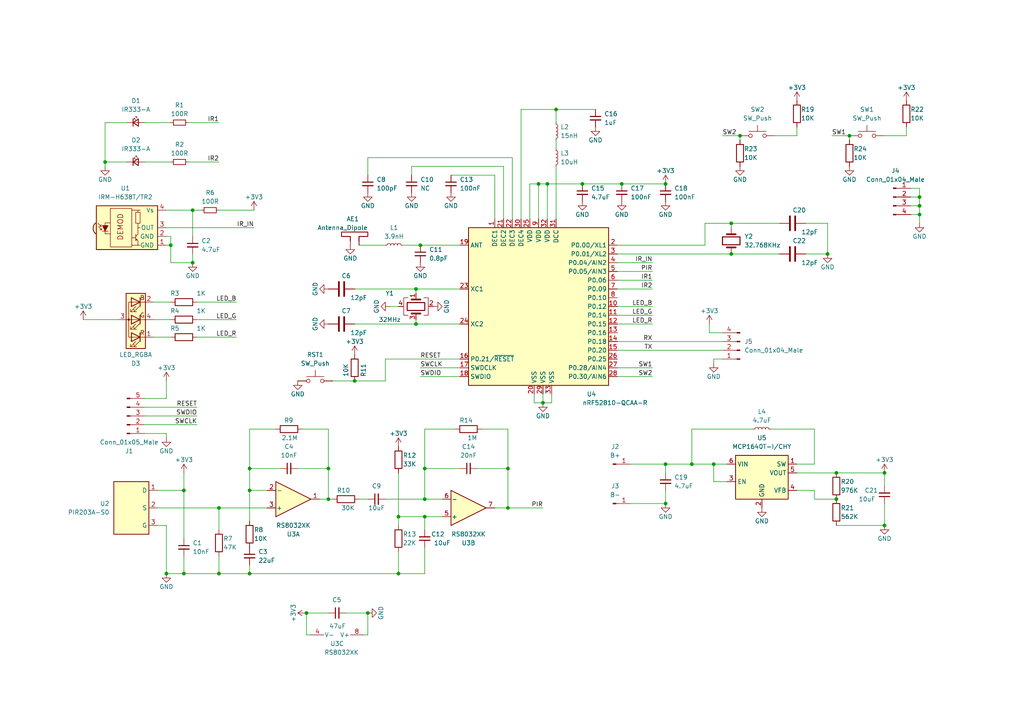
<source format=kicad_sch>
(kicad_sch (version 20211123) (generator eeschema)
  (paper "A4")
  (lib_symbols
    (symbol "Amplifier_Operational:LM358" (pin_names (offset 0.127))
      (property "Reference" "U" (at 0 5.08 0))
      (property "Value" "LM358" (at 0 -5.08 0))
      (symbol "LM358_1_1"
        (pin output line (at 7.62 0 180) (length 2.54) (name "~") (number "1"))
        (pin input line (at -7.62 -2.54 0) (length 2.54) (name "-") (number "2"))
        (pin input line (at -7.62 2.54 0) (length 2.54) (name "+") (number "3"))
      )
      (symbol "LM358_2_1"
        (pin input line (at -7.62 2.54 0) (length 2.54) (name "+") (number "5"))
        (pin input line (at -7.62 -2.54 0) (length 2.54) (name "-") (number "6"))
        (pin output line (at 7.62 0 180) (length 2.54) (name "~") (number "7"))
      )
      (symbol "LM358_3_1"
        (pin power_in line (at -2.54 -7.62 90) (length 3.81) (name "V-") (number "4"))
        (pin power_in line (at -2.54 7.62 270) (length 3.81) (name "V+") (number "8"))
      )
    )
    (symbol "Connector:Conn_01x01_Male" (pin_names (offset 1.016) hide)
      (property "Reference" "J" (at 0 2.54 0))
      (property "Value" "Conn_01x01_Male" (at 0 -2.54 0))
      (symbol "Conn_01x01_Male_1_1"
        (pin passive line (at 5.08 0 180) (length 3.81) (name "Pin_1") (number "1"))
      )
    )
    (symbol "Connector:Conn_01x04_Male" (pin_names (offset 1.016) hide)
      (property "Reference" "J" (at 0 5.08 0))
      (property "Value" "Conn_01x04_Male" (at 0 -7.62 0))
      (symbol "Conn_01x04_Male_1_1"
        (pin passive line (at 5.08 2.54 180) (length 3.81) (name "Pin_1") (number "1"))
        (pin passive line (at 5.08 0 180) (length 3.81) (name "Pin_2") (number "2"))
        (pin passive line (at 5.08 -2.54 180) (length 3.81) (name "Pin_3") (number "3"))
        (pin passive line (at 5.08 -5.08 180) (length 3.81) (name "Pin_4") (number "4"))
      )
    )
    (symbol "Connector:Conn_01x05_Male" (pin_names (offset 1.016) hide)
      (property "Reference" "J" (at 0 7.62 0))
      (property "Value" "Conn_01x05_Male" (at 0 -7.62 0))
      (symbol "Conn_01x05_Male_1_1"
        (pin passive line (at 5.08 5.08 180) (length 3.81) (name "Pin_1") (number "1"))
        (pin passive line (at 5.08 2.54 180) (length 3.81) (name "Pin_2") (number "2"))
        (pin passive line (at 5.08 0 180) (length 3.81) (name "Pin_3") (number "3"))
        (pin passive line (at 5.08 -2.54 180) (length 3.81) (name "Pin_4") (number "4"))
        (pin passive line (at 5.08 -5.08 180) (length 3.81) (name "Pin_5") (number "5"))
      )
    )
    (symbol "Device:Antenna_Dipole" (pin_numbers hide) (pin_names (offset 1.016) hide)
      (property "Reference" "AE" (at 1.27 1.27 0))
      (property "Value" "Antenna_Dipole" (at 1.27 0 0))
      (symbol "Antenna_Dipole_1_1"
        (pin input line (at 0 -5.08 90) (length 2.54) (name "~") (number "1"))
        (pin input line (at 2.54 -5.08 90) (length 2.54) (name "~") (number "2"))
      )
    )
    (symbol "Device:C" (pin_numbers hide) (pin_names (offset 0.254))
      (property "Reference" "C" (at 0.635 2.54 0))
      (property "Value" "C" (at 0.635 -2.54 0))
      (symbol "C_1_1"
        (pin passive line (at 0 3.81 270) (length 2.794) (name "~") (number "1"))
        (pin passive line (at 0 -3.81 90) (length 2.794) (name "~") (number "2"))
      )
    )
    (symbol "Device:C_Small" (pin_numbers hide) (pin_names (offset 0.254) hide)
      (property "Reference" "C" (at 0.254 1.778 0))
      (property "Value" "C_Small" (at 0.254 -2.032 0))
      (symbol "C_Small_1_1"
        (pin passive line (at 0 2.54 270) (length 2.032) (name "~") (number "1"))
        (pin passive line (at 0 -2.54 90) (length 2.032) (name "~") (number "2"))
      )
    )
    (symbol "Device:Crystal" (pin_numbers hide) (pin_names (offset 1.016) hide)
      (property "Reference" "Y" (at 0 3.81 0))
      (property "Value" "Crystal" (at 0 -3.81 0))
      (symbol "Crystal_1_1"
        (pin passive line (at -3.81 0 0) (length 1.27) (name "1") (number "1"))
        (pin passive line (at 3.81 0 180) (length 1.27) (name "2") (number "2"))
      )
    )
    (symbol "Device:Crystal_GND24" (pin_names (offset 1.016) hide)
      (property "Reference" "Y" (at 3.175 5.08 0))
      (property "Value" "Crystal_GND24" (at 3.175 3.175 0))
      (symbol "Crystal_GND24_1_1"
        (pin passive line (at -3.81 0 0) (length 1.27) (name "1") (number "1"))
        (pin passive line (at 0 5.08 270) (length 1.27) (name "2") (number "2"))
        (pin passive line (at 3.81 0 180) (length 1.27) (name "3") (number "3"))
        (pin passive line (at 0 -5.08 90) (length 1.27) (name "4") (number "4"))
      )
    )
    (symbol "Device:LED_RGBA" (pin_names (offset 0) hide)
      (property "Reference" "D1" (at 0 12.7 0))
      (property "Value" "LED_RGBA" (at 0 10.16 0))
      (symbol "LED_RGBA_0_0"
        (text "B" (at -1.905 -6.35 0) (effects (font (size 1.27 1.27))))
        (text "G" (at -1.905 -1.27 0) (effects (font (size 1.27 1.27))))
        (text "R" (at -1.905 3.81 0) (effects (font (size 1.27 1.27))))
      )
      (symbol "LED_RGBA_1_1"
        (pin passive line (at -5.08 5.08 0) (length 2.54) (name "RK") (number "1"))
        (pin passive line (at -5.08 -5.08 0) (length 2.54) (name "BK") (number "2"))
        (pin passive line (at 5.08 0 180) (length 2.54) (name "A") (number "3"))
        (pin passive line (at -5.08 0 0) (length 2.54) (name "GK") (number "4"))
      )
    )
    (symbol "Device:LED_Small" (pin_numbers hide) (pin_names (offset 0.254) hide)
      (property "Reference" "D" (at -1.27 3.175 0))
      (property "Value" "LED_Small" (at -4.445 -2.54 0))
      (symbol "LED_Small_1_1"
        (pin passive line (at -2.54 0 0) (length 1.778) (name "K") (number "1"))
        (pin passive line (at 2.54 0 180) (length 1.778) (name "A") (number "2"))
      )
    )
    (symbol "Device:L_Small" (pin_numbers hide) (pin_names (offset 0.254) hide)
      (property "Reference" "L" (at 0.762 1.016 0))
      (property "Value" "L_Small" (at 0.762 -1.016 0))
      (symbol "L_Small_1_1"
        (pin passive line (at 0 2.54 270) (length 0.508) (name "~") (number "1"))
        (pin passive line (at 0 -2.54 90) (length 0.508) (name "~") (number "2"))
      )
    )
    (symbol "Device:R" (pin_numbers hide) (pin_names (offset 0))
      (property "Reference" "R" (at 2.032 0 90))
      (property "Value" "R" (at 0 0 90))
      (symbol "R_1_1"
        (pin passive line (at 0 3.81 270) (length 1.27) (name "~") (number "1"))
        (pin passive line (at 0 -3.81 90) (length 1.27) (name "~") (number "2"))
      )
    )
    (symbol "Device:R_Small" (pin_numbers hide) (pin_names (offset 0.254) hide)
      (property "Reference" "R" (at 0.762 0.508 0))
      (property "Value" "R_Small" (at 0.762 -1.016 0))
      (symbol "R_Small_1_1"
        (pin passive line (at 0 2.54 270) (length 0.762) (name "~") (number "1"))
        (pin passive line (at 0 -2.54 90) (length 0.762) (name "~") (number "2"))
      )
    )
    (symbol "Interface_Optical:TSOP23xx" (pin_names (offset 1.016))
      (property "Reference" "U?" (at -1.735 11.43 0))
      (property "Value" "IRM-H638T/TR2" (at -1.735 8.89 0))
      (symbol "TSOP23xx_0_0"
        (text "DEMOD" (at -3.175 0.254 900) (effects (font (size 1.524 1.524))))
      )
      (symbol "TSOP23xx_1_1"
        (pin power_in line (at 10.16 -5.08 180) (length 2.54) (name "GND") (number "1"))
        (pin power_in line (at 10.16 -2.54 180) (length 2.54) (name "GND") (number "2"))
        (pin output line (at 10.16 0 180) (length 2.54) (name "OUT") (number "3"))
        (pin power_in line (at 10.16 5.08 180) (length 2.54) (name "Vs") (number "4"))
      )
    )
    (symbol "MCU_Nordic:nRF52810-QCxx"
      (property "Reference" "U4" (at 2.0194 -25.4 0))
      (property "Value" "nRF52810-QCAA-R" (at 2.0194 -27.94 0))
      (symbol "nRF52810-QCxx_1_1"
        (pin passive line (at -12.7 25.4 270) (length 2.54) (name "DEC1") (number "1"))
        (pin bidirectional line (at 22.86 0 180) (length 2.54) (name "P0.12") (number "10"))
        (pin bidirectional line (at 22.86 -2.54 180) (length 2.54) (name "P0.14") (number "11"))
        (pin bidirectional line (at 22.86 -5.08 180) (length 2.54) (name "P0.15") (number "12"))
        (pin bidirectional line (at 22.86 -7.62 180) (length 2.54) (name "P0.16") (number "13"))
        (pin bidirectional line (at 22.86 -10.16 180) (length 2.54) (name "P0.18") (number "14"))
        (pin bidirectional line (at 22.86 -12.7 180) (length 2.54) (name "P0.20") (number "15"))
        (pin bidirectional line (at -22.86 -15.24 0) (length 2.54) (name "P0.21/~{RESET}") (number "16"))
        (pin input line (at -22.86 -17.78 0) (length 2.54) (name "SWDCLK") (number "17"))
        (pin bidirectional line (at -22.86 -20.32 0) (length 2.54) (name "SWDIO") (number "18"))
        (pin passive line (at -22.86 17.78 0) (length 2.54) (name "ANT") (number "19"))
        (pin bidirectional line (at 22.86 17.78 180) (length 2.54) (name "P0.00/XL1") (number "2"))
        (pin power_in line (at -1.27 -25.4 90) (length 2.54) (name "VSS") (number "20"))
        (pin passive line (at -10.16 25.4 270) (length 2.54) (name "DEC2") (number "21"))
        (pin passive line (at -7.62 25.4 270) (length 2.54) (name "DEC3") (number "22"))
        (pin input line (at -22.86 5.08 0) (length 2.54) (name "XC1") (number "23"))
        (pin input line (at -22.86 -5.08 0) (length 2.54) (name "XC2") (number "24"))
        (pin power_in line (at -2.54 25.4 270) (length 2.54) (name "VDD") (number "25"))
        (pin bidirectional line (at 22.86 -15.24 180) (length 2.54) (name "P0.25") (number "26"))
        (pin bidirectional line (at 22.86 -17.78 180) (length 2.54) (name "P0.28/AIN4") (number "27"))
        (pin bidirectional line (at 22.86 -20.32 180) (length 2.54) (name "P0.30/AIN6") (number "28"))
        (pin power_in line (at 1.27 -25.4 90) (length 2.54) (name "VSS") (number "29"))
        (pin bidirectional line (at 22.86 15.24 180) (length 2.54) (name "P0.01/XL2") (number "3"))
        (pin passive line (at -5.08 25.4 270) (length 2.54) (name "DEC4") (number "30"))
        (pin power_out line (at 5.08 25.4 270) (length 2.54) (name "DCC") (number "31"))
        (pin power_in line (at 2.54 25.4 270) (length 2.54) (name "VDD") (number "32"))
        (pin power_in line (at 3.81 -25.4 90) (length 2.54) (name "VSS") (number "33"))
        (pin bidirectional line (at 22.86 12.7 180) (length 2.54) (name "P0.04/AIN2") (number "4"))
        (pin bidirectional line (at 22.86 10.16 180) (length 2.54) (name "P0.05/AIN3") (number "5"))
        (pin bidirectional line (at 22.86 7.62 180) (length 2.54) (name "P0.06") (number "6"))
        (pin bidirectional line (at 22.86 5.08 180) (length 2.54) (name "P0.09") (number "7"))
        (pin bidirectional line (at 22.86 2.54 180) (length 2.54) (name "P0.10") (number "8"))
        (pin power_in line (at 0 25.4 270) (length 2.54) (name "VDD") (number "9"))
      )
    )
    (symbol "Regulator_Switching:MCP1640CH"
      (property "Reference" "U" (at -7.62 8.89 0))
      (property "Value" "MCP1640CH" (at -1.27 8.89 0))
      (symbol "MCP1640CH_1_1"
        (pin input line (at 10.16 5.08 180) (length 2.54) (name "SW") (number "1"))
        (pin power_in line (at 0 -7.62 90) (length 2.54) (name "GND") (number "2"))
        (pin input line (at -10.16 0 0) (length 2.54) (name "EN") (number "3"))
        (pin input line (at 10.16 -2.54 180) (length 2.54) (name "VFB") (number "4"))
        (pin power_out line (at 10.16 2.54 180) (length 2.54) (name "VOUT") (number "5"))
        (pin power_in line (at -10.16 5.08 0) (length 2.54) (name "VIN") (number "6"))
      )
    )
    (symbol "Sensor_Magnetic:A1101ELHL"
      (property "Reference" "U?" (at -6.35 1.2701 0))
      (property "Value" "PIR203A-S0" (at -6.35 -1.2699 0))
      (symbol "A1101ELHL_1_1"
        (pin passive line (at 7.62 5.08 180) (length 2.54) (name "D") (number "1"))
        (pin passive line (at 7.62 0 180) (length 2.54) (name "S") (number "2"))
        (pin passive line (at 7.62 -5.08 180) (length 2.54) (name "G") (number "3"))
      )
    )
    (symbol "Switch:SW_Push" (pin_numbers hide) (pin_names (offset 1.016) hide)
      (property "Reference" "SW" (at 1.27 2.54 0))
      (property "Value" "SW_Push" (at 0 -1.524 0))
      (symbol "SW_Push_0_1"
        (pin passive line (at -5.08 0 0) (length 2.54) (name "1") (number "1"))
        (pin passive line (at 5.08 0 180) (length 2.54) (name "2") (number "2"))
      )
    )
    (symbol "power:+3.3V" (power) (pin_names (offset 0))
      (property "Value" "+3.3V" (at 0 3.556 0))
      (symbol "+3.3V_1_1"
        (pin power_in line (at 0 0 90) (length 0) hide (name "+3V3") (number "1"))
      )
    )
    (symbol "power:GND" (power) (pin_names (offset 0))
      (property "Value" "GND" (at 0 -3.81 0))
      (symbol "GND_1_1"
        (pin power_in line (at 0 0 270) (length 0) hide (name "GND") (number "1"))
      )
    )
  )
  (junction (at 161.29 31.75))
  (junction (at 30.48 46.99))
  (junction (at 266.7 59.69))
  (junction (at 193.04 134.62))
  (junction (at 246.38 39.37))
  (junction (at 95.25 135.89))
  (junction (at 256.54 152.4))
  (junction (at 49.53 71.12))
  (junction (at 214.63 39.37))
  (junction (at 63.5 147.32))
  (junction (at 123.19 149.86))
  (junction (at 102.87 110.49))
  (junction (at 240.03 73.66))
  (junction (at 147.32 147.32))
  (junction (at 212.09 73.66))
  (junction (at 120.65 93.98))
  (junction (at 207.01 134.62))
  (junction (at 156.21 53.34))
  (junction (at 72.39 135.89))
  (junction (at 115.57 166.37))
  (junction (at 115.57 149.86))
  (junction (at 193.04 146.05))
  (junction (at 72.39 142.24))
  (junction (at 180.34 53.34))
  (junction (at 266.7 57.15))
  (junction (at 72.39 166.37))
  (junction (at 157.48 116.84))
  (junction (at 123.19 135.89))
  (junction (at 88.9 177.8))
  (junction (at 55.88 60.96))
  (junction (at 120.65 83.82))
  (junction (at 63.5 166.37))
  (junction (at 121.92 71.12))
  (junction (at 242.57 137.16))
  (junction (at 147.32 135.89))
  (junction (at 95.25 144.78))
  (junction (at 193.04 53.34))
  (junction (at 48.26 166.37))
  (junction (at 200.66 134.62))
  (junction (at 212.09 64.77))
  (junction (at 106.68 177.8))
  (junction (at 53.34 166.37))
  (junction (at 123.19 144.78))
  (junction (at 266.7 62.23))
  (junction (at 256.54 137.16))
  (junction (at 158.75 53.34))
  (junction (at 242.57 144.78))
  (junction (at 55.88 76.2))
  (junction (at 53.34 142.24))
  (junction (at 168.91 53.34))
  (wire (pts (xy 143.51 50.8) (xy 143.51 63.5)))
  (wire (pts (xy 207.01 134.62) (xy 210.82 134.62)))
  (wire (pts (xy 158.75 53.34) (xy 156.21 53.34)))
  (wire (pts (xy 53.34 142.24) (xy 45.72 142.24)))
  (wire (pts (xy 121.92 106.68) (xy 133.35 106.68)))
  (wire (pts (xy 147.32 147.32) (xy 143.51 147.32)))
  (wire (pts (xy 236.22 124.46) (xy 236.22 134.62)))
  (wire (pts (xy 121.92 109.22) (xy 133.35 109.22)))
  (wire (pts (xy 133.35 104.14) (xy 111.76 104.14)))
  (wire (pts (xy 207.01 139.7) (xy 207.01 134.62)))
  (wire (pts (xy 72.39 166.37) (xy 63.5 166.37)))
  (wire (pts (xy 41.91 35.56) (xy 49.53 35.56)))
  (wire (pts (xy 63.5 166.37) (xy 53.34 166.37)))
  (wire (pts (xy 212.09 64.77) (xy 204.47 64.77)))
  (wire (pts (xy 57.15 92.71) (xy 68.58 92.71)))
  (wire (pts (xy 123.19 166.37) (xy 115.57 166.37)))
  (wire (pts (xy 133.35 93.98) (xy 120.65 93.98)))
  (wire (pts (xy 102.87 83.82) (xy 120.65 83.82)))
  (wire (pts (xy 88.9 184.15) (xy 88.9 177.8)))
  (wire (pts (xy 179.07 101.6) (xy 209.55 101.6)))
  (wire (pts (xy 106.68 45.72) (xy 148.59 45.72)))
  (wire (pts (xy 256.54 146.05) (xy 256.54 152.4)))
  (wire (pts (xy 264.16 59.69) (xy 266.7 59.69)))
  (wire (pts (xy 182.88 146.05) (xy 193.04 146.05)))
  (wire (pts (xy 236.22 142.24) (xy 236.22 144.78)))
  (wire (pts (xy 151.13 31.75) (xy 151.13 63.5)))
  (wire (pts (xy 63.5 161.29) (xy 63.5 166.37)))
  (wire (pts (xy 256.54 39.37) (xy 262.89 39.37)))
  (wire (pts (xy 204.47 64.77) (xy 204.47 71.12)))
  (wire (pts (xy 138.43 135.89) (xy 147.32 135.89)))
  (wire (pts (xy 146.05 48.26) (xy 146.05 63.5)))
  (wire (pts (xy 48.26 110.49) (xy 48.26 115.57)))
  (wire (pts (xy 168.91 53.34) (xy 180.34 53.34)))
  (wire (pts (xy 123.19 144.78) (xy 128.27 144.78)))
  (wire (pts (xy 106.68 50.8) (xy 106.68 45.72)))
  (wire (pts (xy 157.48 114.3) (xy 157.48 116.84)))
  (wire (pts (xy 200.66 124.46) (xy 200.66 134.62)))
  (wire (pts (xy 193.04 53.34) (xy 180.34 53.34)))
  (wire (pts (xy 262.89 36.83) (xy 262.89 39.37)))
  (wire (pts (xy 168.91 53.34) (xy 158.75 53.34)))
  (wire (pts (xy 115.57 166.37) (xy 72.39 166.37)))
  (wire (pts (xy 256.54 140.97) (xy 256.54 137.16)))
  (wire (pts (xy 49.53 97.79) (xy 44.45 97.79)))
  (wire (pts (xy 193.04 134.62) (xy 193.04 137.16)))
  (wire (pts (xy 30.48 35.56) (xy 30.48 46.99)))
  (wire (pts (xy 45.72 147.32) (xy 63.5 147.32)))
  (wire (pts (xy 179.07 99.06) (xy 209.55 99.06)))
  (wire (pts (xy 182.88 134.62) (xy 193.04 134.62)))
  (wire (pts (xy 48.26 71.12) (xy 49.53 71.12)))
  (wire (pts (xy 106.68 184.15) (xy 106.68 177.8)))
  (wire (pts (xy 63.5 147.32) (xy 63.5 153.67)))
  (wire (pts (xy 209.55 96.52) (xy 205.74 96.52)))
  (wire (pts (xy 156.21 53.34) (xy 156.21 63.5)))
  (wire (pts (xy 264.16 62.23) (xy 266.7 62.23)))
  (wire (pts (xy 36.83 35.56) (xy 30.48 35.56)))
  (wire (pts (xy 115.57 149.86) (xy 123.19 149.86)))
  (wire (pts (xy 49.53 87.63) (xy 44.45 87.63)))
  (wire (pts (xy 264.16 57.15) (xy 266.7 57.15)))
  (wire (pts (xy 224.79 39.37) (xy 231.14 39.37)))
  (wire (pts (xy 207.01 104.14) (xy 207.01 105.41)))
  (wire (pts (xy 236.22 144.78) (xy 242.57 144.78)))
  (wire (pts (xy 160.02 114.3) (xy 160.02 116.84)))
  (wire (pts (xy 200.66 134.62) (xy 207.01 134.62)))
  (wire (pts (xy 179.07 93.98) (xy 189.23 93.98)))
  (wire (pts (xy 48.26 60.96) (xy 55.88 60.96)))
  (wire (pts (xy 48.26 125.73) (xy 48.26 127)))
  (wire (pts (xy 53.34 137.16) (xy 53.34 142.24)))
  (wire (pts (xy 223.52 124.46) (xy 236.22 124.46)))
  (wire (pts (xy 113.03 88.9) (xy 115.57 88.9)))
  (wire (pts (xy 49.53 76.2) (xy 55.88 76.2)))
  (wire (pts (xy 41.91 46.99) (xy 49.53 46.99)))
  (wire (pts (xy 179.07 106.68) (xy 189.23 106.68)))
  (wire (pts (xy 48.26 68.58) (xy 49.53 68.58)))
  (wire (pts (xy 95.25 144.78) (xy 96.52 144.78)))
  (wire (pts (xy 115.57 160.02) (xy 115.57 166.37)))
  (wire (pts (xy 264.16 54.61) (xy 266.7 54.61)))
  (wire (pts (xy 266.7 54.61) (xy 266.7 57.15)))
  (wire (pts (xy 266.7 62.23) (xy 266.7 64.77)))
  (wire (pts (xy 240.03 73.66) (xy 233.68 73.66)))
  (wire (pts (xy 49.53 68.58) (xy 49.53 71.12)))
  (wire (pts (xy 41.91 118.11) (xy 57.15 118.11)))
  (wire (pts (xy 80.01 124.46) (xy 72.39 124.46)))
  (wire (pts (xy 179.07 73.66) (xy 212.09 73.66)))
  (wire (pts (xy 179.07 78.74) (xy 189.23 78.74)))
  (wire (pts (xy 241.3 39.37) (xy 246.38 39.37)))
  (wire (pts (xy 147.32 135.89) (xy 147.32 147.32)))
  (wire (pts (xy 231.14 142.24) (xy 236.22 142.24)))
  (wire (pts (xy 92.71 144.78) (xy 95.25 144.78)))
  (wire (pts (xy 63.5 147.32) (xy 77.47 147.32)))
  (wire (pts (xy 179.07 81.28) (xy 189.23 81.28)))
  (wire (pts (xy 123.19 149.86) (xy 123.19 153.67)))
  (wire (pts (xy 209.55 104.14) (xy 207.01 104.14)))
  (wire (pts (xy 246.38 39.37) (xy 246.38 40.64)))
  (wire (pts (xy 55.88 60.96) (xy 58.42 60.96)))
  (wire (pts (xy 130.81 50.8) (xy 143.51 50.8)))
  (wire (pts (xy 48.26 115.57) (xy 41.91 115.57)))
  (wire (pts (xy 161.29 35.56) (xy 161.29 31.75)))
  (wire (pts (xy 123.19 135.89) (xy 123.19 144.78)))
  (wire (pts (xy 120.65 93.98) (xy 120.65 92.71)))
  (wire (pts (xy 95.25 135.89) (xy 95.25 144.78)))
  (wire (pts (xy 104.14 144.78) (xy 106.68 144.78)))
  (wire (pts (xy 160.02 116.84) (xy 157.48 116.84)))
  (wire (pts (xy 55.88 76.2) (xy 55.88 73.66)))
  (wire (pts (xy 41.91 125.73) (xy 48.26 125.73)))
  (wire (pts (xy 72.39 142.24) (xy 77.47 142.24)))
  (wire (pts (xy 48.26 166.37) (xy 53.34 166.37)))
  (wire (pts (xy 212.09 64.77) (xy 212.09 66.04)))
  (wire (pts (xy 266.7 57.15) (xy 266.7 59.69)))
  (wire (pts (xy 193.04 146.05) (xy 193.04 142.24)))
  (wire (pts (xy 63.5 60.96) (xy 73.66 60.96)))
  (wire (pts (xy 102.87 93.98) (xy 120.65 93.98)))
  (wire (pts (xy 53.34 166.37) (xy 53.34 161.29)))
  (wire (pts (xy 147.32 147.32) (xy 157.48 147.32)))
  (wire (pts (xy 116.84 71.12) (xy 121.92 71.12)))
  (wire (pts (xy 86.36 135.89) (xy 95.25 135.89)))
  (wire (pts (xy 72.39 135.89) (xy 72.39 142.24)))
  (wire (pts (xy 115.57 137.16) (xy 115.57 149.86)))
  (wire (pts (xy 105.41 184.15) (xy 106.68 184.15)))
  (wire (pts (xy 24.13 92.71) (xy 34.29 92.71)))
  (wire (pts (xy 119.38 48.26) (xy 146.05 48.26)))
  (wire (pts (xy 115.57 149.86) (xy 115.57 152.4)))
  (wire (pts (xy 147.32 124.46) (xy 147.32 135.89)))
  (wire (pts (xy 48.26 152.4) (xy 48.26 166.37)))
  (wire (pts (xy 54.61 46.99) (xy 63.5 46.99)))
  (wire (pts (xy 54.61 35.56) (xy 63.5 35.56)))
  (wire (pts (xy 72.39 124.46) (xy 72.39 135.89)))
  (wire (pts (xy 161.29 40.64) (xy 161.29 43.18)))
  (wire (pts (xy 218.44 124.46) (xy 200.66 124.46)))
  (wire (pts (xy 72.39 163.83) (xy 72.39 166.37)))
  (wire (pts (xy 111.76 110.49) (xy 102.87 110.49)))
  (wire (pts (xy 30.48 46.99) (xy 36.83 46.99)))
  (wire (pts (xy 193.04 134.62) (xy 200.66 134.62)))
  (wire (pts (xy 154.94 114.3) (xy 154.94 116.84)))
  (wire (pts (xy 139.7 124.46) (xy 147.32 124.46)))
  (wire (pts (xy 41.91 123.19) (xy 57.15 123.19)))
  (wire (pts (xy 30.48 46.99) (xy 30.48 48.26)))
  (wire (pts (xy 231.14 36.83) (xy 231.14 39.37)))
  (wire (pts (xy 123.19 124.46) (xy 123.19 135.89)))
  (wire (pts (xy 120.65 83.82) (xy 133.35 83.82)))
  (wire (pts (xy 179.07 88.9) (xy 189.23 88.9)))
  (wire (pts (xy 95.25 124.46) (xy 95.25 135.89)))
  (wire (pts (xy 57.15 97.79) (xy 68.58 97.79)))
  (wire (pts (xy 231.14 137.16) (xy 242.57 137.16)))
  (wire (pts (xy 90.17 184.15) (xy 88.9 184.15)))
  (wire (pts (xy 233.68 64.77) (xy 240.03 64.77)))
  (wire (pts (xy 214.63 39.37) (xy 214.63 40.64)))
  (wire (pts (xy 88.9 177.8) (xy 95.25 177.8)))
  (wire (pts (xy 153.67 63.5) (xy 153.67 53.34)))
  (wire (pts (xy 161.29 48.26) (xy 161.29 63.5)))
  (wire (pts (xy 121.92 71.12) (xy 133.35 71.12)))
  (wire (pts (xy 179.07 91.44) (xy 189.23 91.44)))
  (wire (pts (xy 104.14 71.12) (xy 111.76 71.12)))
  (wire (pts (xy 179.07 83.82) (xy 189.23 83.82)))
  (wire (pts (xy 210.82 139.7) (xy 207.01 139.7)))
  (wire (pts (xy 209.55 39.37) (xy 214.63 39.37)))
  (wire (pts (xy 111.76 104.14) (xy 111.76 110.49)))
  (wire (pts (xy 55.88 60.96) (xy 55.88 68.58)))
  (wire (pts (xy 123.19 149.86) (xy 128.27 149.86)))
  (wire (pts (xy 41.91 120.65) (xy 57.15 120.65)))
  (wire (pts (xy 158.75 53.34) (xy 158.75 63.5)))
  (wire (pts (xy 256.54 137.16) (xy 242.57 137.16)))
  (wire (pts (xy 57.15 87.63) (xy 68.58 87.63)))
  (wire (pts (xy 161.29 31.75) (xy 172.72 31.75)))
  (wire (pts (xy 120.65 83.82) (xy 120.65 85.09)))
  (wire (pts (xy 111.76 144.78) (xy 123.19 144.78)))
  (wire (pts (xy 161.29 31.75) (xy 151.13 31.75)))
  (wire (pts (xy 81.28 135.89) (xy 72.39 135.89)))
  (wire (pts (xy 154.94 116.84) (xy 157.48 116.84)))
  (wire (pts (xy 49.53 92.71) (xy 44.45 92.71)))
  (wire (pts (xy 87.63 124.46) (xy 95.25 124.46)))
  (wire (pts (xy 148.59 45.72) (xy 148.59 63.5)))
  (wire (pts (xy 204.47 71.12) (xy 179.07 71.12)))
  (wire (pts (xy 212.09 73.66) (xy 226.06 73.66)))
  (wire (pts (xy 45.72 152.4) (xy 48.26 152.4)))
  (wire (pts (xy 72.39 151.13) (xy 72.39 142.24)))
  (wire (pts (xy 153.67 53.34) (xy 156.21 53.34)))
  (wire (pts (xy 96.52 110.49) (xy 102.87 110.49)))
  (wire (pts (xy 266.7 59.69) (xy 266.7 62.23)))
  (wire (pts (xy 119.38 50.8) (xy 119.38 48.26)))
  (wire (pts (xy 53.34 142.24) (xy 53.34 156.21)))
  (wire (pts (xy 133.35 135.89) (xy 123.19 135.89)))
  (wire (pts (xy 123.19 158.75) (xy 123.19 166.37)))
  (wire (pts (xy 205.74 96.52) (xy 205.74 93.98)))
  (wire (pts (xy 179.07 109.22) (xy 189.23 109.22)))
  (wire (pts (xy 132.08 124.46) (xy 123.19 124.46)))
  (wire (pts (xy 106.68 177.8) (xy 100.33 177.8)))
  (wire (pts (xy 236.22 134.62) (xy 231.14 134.62)))
  (wire (pts (xy 49.53 71.12) (xy 49.53 76.2)))
  (wire (pts (xy 240.03 64.77) (xy 240.03 73.66)))
  (wire (pts (xy 256.54 152.4) (xy 242.57 152.4)))
  (wire (pts (xy 179.07 76.2) (xy 189.23 76.2)))
  (wire (pts (xy 48.26 66.04) (xy 73.66 66.04)))
  (wire (pts (xy 226.06 64.77) (xy 212.09 64.77)))
  (label "PIR" (at 189.23 78.74 180))
  (label "RESET" (at 121.92 104.14 0))
  (label "LED_B" (at 189.23 88.9 180))
  (label "RX" (at 189.23 99.06 180))
  (label "IR2" (at 63.5 46.99 180))
  (label "LED_B" (at 68.58 87.63 180))
  (label "IR_IN" (at 73.66 66.04 180))
  (label "SW1" (at 189.23 106.68 180))
  (label "SWDIO" (at 57.15 120.65 180))
  (label "SWCLK" (at 121.92 106.68 0))
  (label "PIR" (at 157.48 147.32 180))
  (label "LED_R" (at 189.23 93.98 180))
  (label "IR1" (at 189.23 81.28 180))
  (label "RESET" (at 57.15 118.11 180))
  (label "TX" (at 189.23 101.6 180))
  (label "LED_G" (at 68.58 92.71 180))
  (label "SW2" (at 189.23 109.22 180))
  (label "LED_R" (at 68.58 97.79 180))
  (label "LED_G" (at 189.23 91.44 180))
  (label "IR1" (at 63.5 35.56 180))
  (label "SWDIO" (at 121.92 109.22 0))
  (label "IR2" (at 189.23 83.82 180))
  (label "SWCLK" (at 57.15 123.19 180))
  (label "SW2" (at 209.55 39.37 0))
  (label "IR_IN" (at 189.23 76.2 180))
  (label "SW1" (at 241.3 39.37 0))
  (symbol (lib_id "power:GND") (at 48.26 166.37 0) (unit 1)
    (property "Reference" "#PWR05" (effects hide))
    (property "Value" "GND" (at 48.26 170.18 0))
  )
  (symbol (lib_id "power:GND") (at 95.25 93.98 270) (unit 1)
    (property "Reference" "#PWR012" (effects hide))
    (property "Value" "GND" (at 91.44 93.98 0))
  )
  (symbol (lib_id "Device:R") (at 53.34 97.79 90) (unit 1)
    (property "Reference" "R5" (at 52.07 95.25 90) (effects (justify left)))
    (property "Value" "1K" (at 59.69 95.25 90) (effects (justify left)))
    (property "Footprint" "Resistor_SMD:R_0402_1005Metric" (effects hide))
    (property "LCSC PN" "C11702" (effects hide))
  )
  (symbol (lib_id "Device:L_Small") (at 114.3 71.12 90) (unit 1)
    (property "Reference" "L1" (at 114.3 66.04 90))
    (property "Value" "3.9nH" (at 114.3 68.58 90))
    (property "Footprint" "Inductor_SMD:L_0402_1005Metric" (effects hide))
    (property "Description" "High frequency chip inductor ±5%" (effects hide))
  )
  (symbol (lib_id "power:GND") (at 55.88 76.2 0) (unit 1)
    (property "Reference" "#PWR07" (effects hide))
    (property "Value" "GND" (at 55.88 80.01 0))
  )
  (symbol (lib_id "power:GND") (at 266.7 64.77 0) (unit 1)
    (property "Reference" "#PWR0101" (effects hide))
    (property "Value" "GND" (at 266.7 68.58 0))
  )
  (symbol (lib_id "power:GND") (at 86.36 110.49 0) (unit 1)
    (property "Reference" "#PWR016" (effects hide))
    (property "Value" "GND" (at 86.36 114.3 0))
  )
  (symbol (lib_id "Device:C") (at 229.87 64.77 270) (unit 1)
    (property "Reference" "C20" (at 229.87 60.96 90) (effects (justify left)))
    (property "Value" "12pF" (at 232.41 67.31 90) (effects (justify left)))
    (property "Footprint" "Capacitor_SMD:C_0402_1005Metric" (effects hide))
    (property "LCSC PN" "C1547" (effects hide))
  )
  (symbol (lib_id "Device:R") (at 72.39 154.94 0) (unit 1)
    (property "Reference" "R8" (at 73.66 153.67 0) (effects (justify left)))
    (property "Value" "10K" (at 73.66 156.21 0) (effects (justify left)))
    (property "Footprint" "Resistor_SMD:R_0402_1005Metric" (effects hide))
  )
  (symbol (lib_id "Device:R") (at 83.82 124.46 90) (unit 1)
    (property "Reference" "R9" (at 85.09 121.92 90) (effects (justify left)))
    (property "Value" "2.1M" (at 86.36 127 90) (effects (justify left)))
    (property "Footprint" "Resistor_SMD:R_0402_1005Metric" (effects hide))
  )
  (symbol (lib_id "Device:C_Small") (at 109.22 144.78 90) (unit 1)
    (property "Reference" "C9" (at 109.22 140.97 90))
    (property "Value" "10uF" (at 109.22 147.32 90))
    (property "Footprint" "Capacitor_SMD:C_1206_3216Metric" (effects hide))
  )
  (symbol (lib_id "Sensor_Magnetic:A1101ELHL") (at 38.1 147.32 0) (unit 1)
    (property "Reference" "U2" (at 31.75 146.0499 0) (effects (justify right)))
    (property "Value" "PIR203A-S0" (at 31.75 148.5899 0) (effects (justify right)))
    (property "Footprint" "Package_TO_SOT_THT:TO-52-3" (effects hide))
    (property "LCSC" "C2887899" (effects hide))
  )
  (symbol (lib_id "Connector:Conn_01x05_Male") (at 36.83 120.65 0) (mirror x) (unit 1)
    (property "Reference" "J1" (at 37.465 130.81 0))
    (property "Value" "Conn_01x05_Male" (at 37.465 128.27 0))
    (property "Footprint" "Connector_PinHeader_2.54mm:PinHeader_1x05_P2.54mm_Vertical" (effects hide))
  )
  (symbol (lib_id "Connector:Conn_01x01_Male") (at 177.8 146.05 0) (unit 1)
    (property "Reference" "J3" (at 178.435 140.97 0))
    (property "Value" "B-" (at 178.435 143.51 0))
    (property "Footprint" "Connector_PinHeader_2.54mm:PinHeader_1x01_P2.54mm_Vertical" (effects hide))
  )
  (symbol (lib_id "Device:C_Small") (at 180.34 55.88 0) (unit 1)
    (property "Reference" "C17" (at 182.88 54.6162 0) (effects (justify left)))
    (property "Value" "100nF" (at 182.88 57.1562 0) (effects (justify left)))
    (property "Footprint" "Capacitor_SMD:C_0402_1005Metric" (effects hide))
  )
  (symbol (lib_id "Switch:SW_Push") (at 219.71 39.37 0) (unit 1)
    (property "Reference" "SW2" (at 219.71 31.75 0))
    (property "Value" "SW_Push" (at 219.71 34.29 0))
    (property "Footprint" "Button_Switch_SMD:SW_SPST_EVQPE1" (effects hide))
    (property "LCSC PN" "C720477" (effects hide))
  )
  (symbol (lib_id "Device:C") (at 229.87 73.66 270) (unit 1)
    (property "Reference" "C22" (at 229.87 69.85 90) (effects (justify left)))
    (property "Value" "12pF" (at 232.41 76.2 90) (effects (justify left)))
    (property "Footprint" "Capacitor_SMD:C_0402_1005Metric" (effects hide))
  )
  (symbol (lib_id "Device:R") (at 53.34 92.71 90) (unit 1)
    (property "Reference" "R4" (at 52.07 90.17 90) (effects (justify left)))
    (property "Value" "1K" (at 59.69 90.17 90) (effects (justify left)))
    (property "Footprint" "Resistor_SMD:R_0402_1005Metric" (effects hide))
    (property "LCSC PN" "C11702" (effects hide))
  )
  (symbol (lib_id "Device:R") (at 242.57 140.97 0) (unit 1)
    (property "Reference" "R20" (at 243.84 139.7 0) (effects (justify left)))
    (property "Value" "976K" (at 243.84 142.24 0) (effects (justify left)))
    (property "Footprint" "Resistor_SMD:R_0402_1005Metric" (effects hide))
  )
  (symbol (lib_id "Device:R") (at 262.89 33.02 180) (unit 1)
    (property "Reference" "R22" (at 267.97 31.75 0) (effects (justify left)))
    (property "Value" "10K" (at 267.97 34.29 0) (effects (justify left)))
    (property "Footprint" "Resistor_SMD:R_0402_1005Metric" (effects hide))
  )
  (symbol (lib_id "Device:C_Small") (at 123.19 156.21 180) (unit 1)
    (property "Reference" "C12" (at 127 154.94 0))
    (property "Value" "10uF" (at 128.27 157.48 0))
    (property "Footprint" "Capacitor_SMD:C_1206_3216Metric" (effects hide))
  )
  (symbol (lib_id "power:GND") (at 214.63 48.26 0) (unit 1)
    (property "Reference" "#PWR034" (effects hide))
    (property "Value" "GND" (at 214.63 52.07 0))
  )
  (symbol (lib_id "Device:Crystal") (at 212.09 69.85 90) (unit 1)
    (property "Reference" "Y2" (at 215.9 68.5799 90) (effects (justify right)))
    (property "Value" "32.768KHz" (at 215.9 71.1199 90) (effects (justify right)))
    (property "Footprint" "Crystal:Crystal_SMD_3215-2Pin_3.2x1.5mm" (effects hide))
    (property "LCSC" "C32346" (effects hide))
  )
  (symbol (lib_id "Device:C_Small") (at 83.82 135.89 90) (unit 1)
    (property "Reference" "C4" (at 83.8263 129.54 90))
    (property "Value" "10nF" (at 83.8263 132.08 90))
    (property "Footprint" "Capacitor_SMD:C_0402_1005Metric" (effects hide))
  )
  (symbol (lib_id "power:GND") (at 180.34 58.42 0) (unit 1)
    (property "Reference" "#PWR027" (effects hide))
    (property "Value" "GND" (at 180.34 62.23 0))
  )
  (symbol (lib_id "Device:R_Small") (at 52.07 35.56 90) (unit 1)
    (property "Reference" "R1" (at 52.07 30.48 90))
    (property "Value" "100R" (at 52.07 33.02 90))
    (property "Footprint" "Resistor_SMD:R_0603_1608Metric" (effects hide))
  )
  (symbol (lib_id "power:+3.3V") (at 205.74 93.98 0) (unit 1)
    (property "Reference" "#PWR031" (effects hide))
    (property "Value" "+3.3V" (at 205.74 90.17 0))
  )
  (symbol (lib_id "Device:C_Small") (at 121.92 73.66 0) (unit 1)
    (property "Reference" "C11" (at 124.46 72.3962 0) (effects (justify left)))
    (property "Value" "0.8pF" (at 124.46 74.9362 0) (effects (justify left)))
    (property "Footprint" "Capacitor_SMD:C_0402_1005Metric" (effects hide))
  )
  (symbol (lib_id "power:GND") (at 157.48 116.84 0) (unit 1)
    (property "Reference" "#PWR024" (effects hide))
    (property "Value" "GND" (at 157.48 120.65 0))
  )
  (symbol (lib_id "Device:R") (at 214.63 44.45 180) (unit 1)
    (property "Reference" "R23" (at 219.71 43.18 0) (effects (justify left)))
    (property "Value" "10K" (at 219.71 45.72 0) (effects (justify left)))
    (property "Footprint" "Resistor_SMD:R_0402_1005Metric" (effects hide))
  )
  (symbol (lib_id "Device:L_Small") (at 220.98 124.46 90) (unit 1)
    (property "Reference" "L4" (at 220.98 119.38 90))
    (property "Value" "4.7uF" (at 220.98 121.92 90))
    (property "Footprint" "Inductor_SMD:L_6.3x6.3_H3" (effects hide))
    (property "LCSC PN" "C207840" (effects hide))
  )
  (symbol (lib_id "Device:C_Small") (at 135.89 135.89 90) (unit 1)
    (property "Reference" "C14" (at 135.8963 129.54 90))
    (property "Value" "20nF" (at 135.8963 132.08 90))
    (property "Footprint" "Capacitor_SMD:C_0402_1005Metric" (effects hide))
  )
  (symbol (lib_id "Device:R") (at 242.57 148.59 0) (unit 1)
    (property "Reference" "R21" (at 243.84 147.32 0) (effects (justify left)))
    (property "Value" "562K" (at 243.84 149.86 0) (effects (justify left)))
    (property "Footprint" "Resistor_SMD:R_0402_1005Metric" (effects hide))
  )
  (symbol (lib_id "power:+3.3V") (at 102.87 102.87 0) (unit 1)
    (property "Reference" "#PWR013" (effects hide))
    (property "Value" "+3.3V" (at 102.87 99.06 0))
  )
  (symbol (lib_id "Device:C_Small") (at 172.72 34.29 0) (unit 1)
    (property "Reference" "C16" (at 175.26 33.0262 0) (effects (justify left)))
    (property "Value" "1uF" (at 175.26 35.5662 0) (effects (justify left)))
    (property "Footprint" "Capacitor_SMD:C_0603_1608Metric" (effects hide))
  )
  (symbol (lib_id "Device:C_Small") (at 55.88 71.12 0) (unit 1)
    (property "Reference" "C2" (at 58.42 69.8562 0) (effects (justify left)))
    (property "Value" "4.7uF" (at 58.42 72.3962 0) (effects (justify left)))
    (property "Footprint" "Capacitor_SMD:C_0603_1608Metric" (effects hide))
  )
  (symbol (lib_id "Device:R_Small") (at 60.96 60.96 90) (unit 1)
    (property "Reference" "R6" (at 60.96 55.88 90))
    (property "Value" "100R" (at 60.96 58.42 90))
    (property "Footprint" "Resistor_SMD:R_0603_1608Metric" (effects hide))
  )
  (symbol (lib_id "power:GND") (at 172.72 36.83 0) (unit 1)
    (property "Reference" "#PWR026" (effects hide))
    (property "Value" "GND" (at 172.72 40.64 0))
  )
  (symbol (lib_id "power:GND") (at 240.03 73.66 0) (unit 1)
    (property "Reference" "#PWR03" (effects hide))
    (property "Value" "GND" (at 240.03 77.47 0))
  )
  (symbol (lib_id "Device:L_Small") (at 161.29 45.72 0) (unit 1)
    (property "Reference" "L3" (at 162.56 44.4499 0) (effects (justify left)))
    (property "Value" "10uH" (at 162.56 46.9899 0) (effects (justify left)))
    (property "Footprint" "Inductor_SMD:L_0603_1608Metric" (effects hide))
    (property "Description" "Chip inductor, IDC,min = 50 mA, ±20%" (effects hide))
  )
  (symbol (lib_id "power:GND") (at 193.04 58.42 0) (unit 1)
    (property "Reference" "#PWR029" (effects hide))
    (property "Value" "GND" (at 193.04 62.23 0))
  )
  (symbol (lib_id "Amplifier_Operational:LM358") (at 97.79 186.69 270) (unit 3)
    (property "Reference" "U3" (at 97.79 186.69 90))
    (property "Value" "RS8032XK" (at 99.06 189.23 90))
    (property "Footprint" "Package_SO:SOIC-8_3.9x4.9mm_P1.27mm" (effects hide))
    (property "LCSC" "C237005" (effects hide))
  )
  (symbol (lib_id "power:GND") (at 193.04 146.05 0) (unit 1)
    (property "Reference" "#PWR030" (effects hide))
    (property "Value" "GND" (at 193.04 149.86 0))
  )
  (symbol (lib_id "Device:R") (at 246.38 44.45 180) (unit 1)
    (property "Reference" "R24" (at 251.46 43.18 0) (effects (justify left)))
    (property "Value" "10K" (at 251.46 45.72 0) (effects (justify left)))
    (property "Footprint" "Resistor_SMD:R_0402_1005Metric" (effects hide))
  )
  (symbol (lib_id "power:+3.3V") (at 73.66 60.96 0) (unit 1)
    (property "Reference" "#PWR09" (effects hide))
    (property "Value" "+3.3V" (at 73.66 57.15 0))
  )
  (symbol (lib_id "power:GND") (at 101.6 71.12 0) (unit 1)
    (property "Reference" "#PWR014" (effects hide))
    (property "Value" "GND" (at 101.6 74.93 0))
  )
  (symbol (lib_id "power:+3.3V") (at 24.13 92.71 0) (unit 1)
    (property "Reference" "#PWR01" (effects hide))
    (property "Value" "+3.3V" (at 24.13 88.9 0))
  )
  (symbol (lib_id "Device:R_Small") (at 52.07 46.99 90) (unit 1)
    (property "Reference" "R2" (at 52.07 41.91 90))
    (property "Value" "100R" (at 52.07 44.45 90))
    (property "Footprint" "Resistor_SMD:R_0603_1608Metric" (effects hide))
  )
  (symbol (lib_id "Switch:SW_Push") (at 251.46 39.37 0) (unit 1)
    (property "Reference" "SW1" (at 251.46 31.75 0))
    (property "Value" "SW_Push" (at 251.46 34.29 0))
    (property "Footprint" "Button_Switch_SMD:SW_SPST_EVQPE1" (effects hide))
    (property "LCSC PN" "C720477" (effects hide))
  )
  (symbol (lib_id "Device:LED_Small") (at 39.37 46.99 0) (unit 1)
    (property "Reference" "D2" (at 39.4335 40.64 0))
    (property "Value" "IR333-A" (at 39.4335 43.18 0))
    (property "Footprint" "LED_THT:LED_D5.0mm" (effects hide))
    (property "LCSC" "C264290" (effects hide))
  )
  (symbol (lib_id "Device:C_Small") (at 72.39 161.29 0) (unit 1)
    (property "Reference" "C3" (at 74.93 160.0262 0) (effects (justify left)))
    (property "Value" "22uF" (at 74.93 162.5662 0) (effects (justify left)))
    (property "Footprint" "Capacitor_SMD:C_1206_3216Metric" (effects hide))
  )
  (symbol (lib_id "Device:C_Small") (at 256.54 143.51 180) (unit 1)
    (property "Reference" "C21" (at 252.73 142.24 0))
    (property "Value" "10uF" (at 251.46 144.78 0))
    (property "Footprint" "Capacitor_SMD:C_1206_3216Metric" (effects hide))
  )
  (symbol (lib_id "power:GND") (at 130.81 55.88 0) (unit 1)
    (property "Reference" "#PWR023" (effects hide))
    (property "Value" "GND" (at 130.81 59.69 0))
  )
  (symbol (lib_id "Device:C") (at 99.06 93.98 270) (unit 1)
    (property "Reference" "C7" (at 99.06 90.17 90) (effects (justify left)))
    (property "Value" "12pF" (at 101.6 96.52 90) (effects (justify left)))
    (property "Footprint" "Capacitor_SMD:C_0402_1005Metric" (effects hide))
  )
  (symbol (lib_id "Device:L_Small") (at 161.29 38.1 0) (unit 1)
    (property "Reference" "L2" (at 162.56 36.8299 0) (effects (justify left)))
    (property "Value" "15nH" (at 162.56 39.3699 0) (effects (justify left)))
    (property "Footprint" "Inductor_SMD:L_0402_1005Metric" (effects hide))
    (property "Description" "High frequency chip inductor ±10%" (effects hide))
  )
  (symbol (lib_id "Device:C_Small") (at 97.79 177.8 90) (unit 1)
    (property "Reference" "C5" (at 99.06 173.99 90) (effects (justify left)))
    (property "Value" "47uF" (at 100.33 181.61 90) (effects (justify left)))
    (property "Footprint" "Capacitor_SMD:C_1206_3216Metric" (effects hide))
  )
  (symbol (lib_id "power:GND") (at 95.25 83.82 270) (unit 1)
    (property "Reference" "#PWR011" (effects hide))
    (property "Value" "GND" (at 91.44 83.82 0))
  )
  (symbol (lib_id "Device:C_Small") (at 193.04 139.7 0) (unit 1)
    (property "Reference" "C19" (at 195.58 138.4362 0) (effects (justify left)))
    (property "Value" "4.7uF" (at 195.58 140.9762 0) (effects (justify left)))
    (property "Footprint" "Capacitor_SMD:C_0805_2012Metric" (effects hide))
  )
  (symbol (lib_id "Device:Antenna_Dipole") (at 104.14 66.04 0) (mirror y) (unit 1)
    (property "Reference" "AE1" (at 104.14 63.5 0) (effects (justify left)))
    (property "Value" "Antenna_Dipole" (at 106.68 66.04 0) (effects (justify left)))
    (property "Footprint" "RF_Antenna:Texas_SWRA117D_2.4GHz_Right" (effects hide))
  )
  (symbol (lib_id "power:GND") (at 207.01 105.41 0) (unit 1)
    (property "Reference" "#PWR035" (effects hide))
    (property "Value" "GND" (at 207.01 109.22 0))
  )
  (symbol (lib_id "Device:C_Small") (at 106.68 53.34 0) (unit 1)
    (property "Reference" "C8" (at 109.22 52.0762 0) (effects (justify left)))
    (property "Value" "100pF" (at 109.22 54.6162 0) (effects (justify left)))
    (property "Footprint" "Capacitor_SMD:C_0402_1005Metric" (effects hide))
  )
  (symbol (lib_id "power:+3.3V") (at 193.04 53.34 0) (unit 1)
    (property "Reference" "#PWR028" (effects hide))
    (property "Value" "+3.3V" (at 193.04 49.53 0))
  )
  (symbol (lib_id "Device:LED_Small") (at 39.37 35.56 0) (unit 1)
    (property "Reference" "D1" (at 39.4335 29.21 0))
    (property "Value" "IR333-A" (at 39.4335 31.75 0))
    (property "Footprint" "LED_THT:LED_D5.0mm" (effects hide))
    (property "LCSC" "C264290" (effects hide))
  )
  (symbol (lib_id "Device:C_Small") (at 193.04 55.88 0) (unit 1)
    (property "Reference" "C18" (at 195.58 54.6162 0) (effects (justify left)))
    (property "Value" "100nF" (at 195.58 57.1562 0) (effects (justify left)))
    (property "Footprint" "Capacitor_SMD:C_0402_1005Metric" (effects hide))
  )
  (symbol (lib_id "Regulator_Switching:MCP1640CH") (at 220.98 139.7 0) (unit 1)
    (property "Reference" "U5" (at 220.98 127 0))
    (property "Value" "MCP1640T-I/CHY" (at 220.98 129.54 0))
    (property "Footprint" "Package_TO_SOT_SMD:SOT-23-6" (effects hide))
  )
  (symbol (lib_id "Device:R") (at 53.34 87.63 90) (unit 1)
    (property "Reference" "R3" (at 52.07 85.09 90) (effects (justify left)))
    (property "Value" "1K" (at 59.69 85.09 90) (effects (justify left)))
    (property "Footprint" "Resistor_SMD:R_0402_1005Metric" (effects hide))
    (property "LCSC PN" "C11702" (effects hide))
  )
  (symbol (lib_id "power:+3.3V") (at 88.9 177.8 90) (unit 1)
    (property "Reference" "#PWR010" (effects hide))
    (property "Value" "+3.3V" (at 85.09 177.8 0))
  )
  (symbol (lib_id "power:GND") (at 106.68 177.8 90) (unit 1)
    (property "Reference" "#PWR017" (effects hide))
    (property "Value" "GND" (at 110.49 177.8 0))
  )
  (symbol (lib_id "power:GND") (at 121.92 76.2 0) (unit 1)
    (property "Reference" "#PWR021" (effects hide))
    (property "Value" "GND" (at 121.92 80.01 0))
  )
  (symbol (lib_id "power:GND") (at 106.68 55.88 0) (unit 1)
    (property "Reference" "#PWR015" (effects hide))
    (property "Value" "GND" (at 106.68 59.69 0))
  )
  (symbol (lib_id "Device:C_Small") (at 130.81 53.34 0) (unit 1)
    (property "Reference" "C13" (at 133.35 52.0762 0) (effects (justify left)))
    (property "Value" "100nF" (at 133.35 54.6162 0) (effects (justify left)))
    (property "Footprint" "Capacitor_SMD:C_0402_1005Metric" (effects hide))
  )
  (symbol (lib_id "Device:LED_RGBA") (at 39.37 92.71 180) (unit 1)
    (property "Reference" "D3" (at 39.37 105.41 0))
    (property "Value" "LED_RGBA" (at 39.37 102.87 0))
    (property "Footprint" "Motion_sense:FM-B2020RGBA-HG" (effects hide))
    (property "LCSC PN" "C108793" (effects hide))
  )
  (symbol (lib_id "power:+3.3V") (at 53.34 137.16 0) (unit 1)
    (property "Reference" "#PWR06" (effects hide))
    (property "Value" "+3.3V" (at 53.34 133.35 0))
  )
  (symbol (lib_id "Device:C_Small") (at 119.38 53.34 0) (unit 1)
    (property "Reference" "C10" (at 121.92 52.0762 0) (effects (justify left)))
    (property "Value" "NC" (at 121.92 54.6162 0) (effects (justify left)))
    (property "Footprint" "Capacitor_SMD:C_0402_1005Metric" (effects hide))
  )
  (symbol (lib_id "Connector:Conn_01x01_Male") (at 177.8 134.62 0) (unit 1)
    (property "Reference" "J2" (at 178.435 129.54 0))
    (property "Value" "B+" (at 178.435 132.08 0))
    (property "Footprint" "Connector_PinHeader_2.54mm:PinHeader_1x01_P2.54mm_Vertical" (effects hide))
  )
  (symbol (lib_id "power:GND") (at 125.73 88.9 90) (unit 1)
    (property "Reference" "#PWR022" (effects hide))
    (property "Value" "GND" (at 129.54 88.9 0))
  )
  (symbol (lib_id "Device:R") (at 115.57 133.35 0) (unit 1)
    (property "Reference" "R12" (at 116.84 132.08 0) (effects (justify left)))
    (property "Value" "33K" (at 116.84 134.62 0) (effects (justify left)))
    (property "Footprint" "Resistor_SMD:R_0402_1005Metric" (effects hide))
  )
  (symbol (lib_id "Interface_Optical:TSOP23xx") (at 38.1 66.04 0) (unit 1)
    (property "Reference" "U1" (at 36.365 54.61 0))
    (property "Value" "IRM-H638T/TR2" (at 36.365 57.15 0))
    (property "Footprint" "Motion_sense:IRM-H638" (effects hide))
    (property "LCSC" "C91447" (effects hide))
  )
  (symbol (lib_id "power:GND") (at 168.91 58.42 0) (unit 1)
    (property "Reference" "#PWR025" (effects hide))
    (property "Value" "GND" (at 168.91 62.23 0))
  )
  (symbol (lib_id "power:+3.3V") (at 48.26 110.49 0) (unit 1)
    (property "Reference" "#PWR08" (effects hide))
    (property "Value" "+3.3V" (at 48.26 106.68 0))
  )
  (symbol (lib_id "power:+3.3V") (at 256.54 137.16 0) (unit 1)
    (property "Reference" "#PWR036" (effects hide))
    (property "Value" "+3.3V" (at 256.54 133.35 0))
  )
  (symbol (lib_id "Device:Crystal_GND24") (at 120.65 88.9 270) (unit 1)
    (property "Reference" "Y1" (at 113.03 85.09 90))
    (property "Value" "32MHz" (at 113.03 92.71 90))
    (property "Footprint" "Crystal:Crystal_SMD_2016-4Pin_2.0x1.6mm" (effects hide))
    (property "LCSC PN" "C255896" (effects hide))
  )
  (symbol (lib_id "Amplifier_Operational:LM358") (at 85.09 144.78 0) (mirror x) (unit 1)
    (property "Reference" "U3" (at 85.09 154.94 0))
    (property "Value" "RS8032XK" (at 85.09 152.4 0))
    (property "Footprint" "Package_SO:SOIC-8_3.9x4.9mm_P1.27mm" (effects hide))
    (property "LCSC " "C237005" (effects hide))
  )
  (symbol (lib_id "Device:R") (at 231.14 33.02 180) (unit 1)
    (property "Reference" "R19" (at 236.22 31.75 0) (effects (justify left)))
    (property "Value" "10K" (at 236.22 34.29 0) (effects (justify left)))
    (property "Footprint" "Resistor_SMD:R_0402_1005Metric" (effects hide))
  )
  (symbol (lib_id "power:GND") (at 246.38 48.26 0) (unit 1)
    (property "Reference" "#PWR039" (effects hide))
    (property "Value" "GND" (at 246.38 52.07 0))
  )
  (symbol (lib_id "Device:R") (at 102.87 106.68 180) (unit 1)
    (property "Reference" "R11" (at 105.41 105.41 90) (effects (justify left)))
    (property "Value" "10K" (at 100.33 105.41 90) (effects (justify left)))
    (property "Footprint" "Resistor_SMD:R_0402_1005Metric" (effects hide))
  )
  (symbol (lib_id "power:+3.3V") (at 115.57 129.54 0) (unit 1)
    (property "Reference" "#PWR019" (effects hide))
    (property "Value" "+3.3V" (at 115.57 125.73 0))
  )
  (symbol (lib_id "MCU_Nordic:nRF52810-QCxx") (at 156.21 88.9 0) (unit 1)
    (property "Reference" "U4" (at 170.18 114.3 0) (effects (justify left)))
    (property "Value" "nRF52810-QCAA-R" (at 168.91 116.84 0) (effects (justify left)))
    (property "Footprint" "Package_DFN_QFN:QFN-32-1EP_5x5mm_P0.5mm_EP3.6x3.6mm" (effects hide))
    (property "Datasheet" "http://infocenter.nordicsemi.com/pdf/nRF52810_PS_v1.1.pdf" (effects hide))
    (property "LCSC" "C519278" (effects hide))
  )
  (symbol (lib_id "power:+3.3V") (at 231.14 29.21 0) (unit 1)
    (property "Reference" "#PWR033" (effects hide))
    (property "Value" "+3.3V" (at 231.14 25.4 0))
  )
  (symbol (lib_id "power:GND") (at 119.38 55.88 0) (unit 1)
    (property "Reference" "#PWR020" (effects hide))
    (property "Value" "GND" (at 119.38 59.69 0))
  )
  (symbol (lib_id "power:GND") (at 256.54 152.4 0) (unit 1)
    (property "Reference" "#PWR037" (effects hide))
    (property "Value" "GND" (at 256.54 156.21 0))
  )
  (symbol (lib_id "Device:C_Small") (at 53.34 158.75 0) (unit 1)
    (property "Reference" "C1" (at 55.88 157.4862 0) (effects (justify left)))
    (property "Value" "10nF" (at 55.88 160.0262 0) (effects (justify left)))
    (property "Footprint" "Capacitor_SMD:C_0402_1005Metric" (effects hide))
  )
  (symbol (lib_id "power:GND") (at 48.26 127 0) (unit 1)
    (property "Reference" "#PWR04" (effects hide))
    (property "Value" "GND" (at 48.26 130.81 0))
  )
  (symbol (lib_id "Amplifier_Operational:LM358") (at 135.89 147.32 0) (mirror x) (unit 2)
    (property "Reference" "U3" (at 135.89 157.48 0))
    (property "Value" "RS8032XK" (at 135.89 154.94 0))
    (property "Footprint" "Package_SO:SOIC-8_3.9x4.9mm_P1.27mm" (effects hide))
    (property "LCSC" "C237005" (effects hide))
  )
  (symbol (lib_id "Device:C_Small") (at 168.91 55.88 0) (unit 1)
    (property "Reference" "C15" (at 171.45 54.6162 0) (effects (justify left)))
    (property "Value" "4.7uF" (at 171.45 57.1562 0) (effects (justify left)))
    (property "Footprint" "Capacitor_SMD:C_0805_2012Metric" (effects hide))
  )
  (symbol (lib_id "Switch:SW_Push") (at 91.44 110.49 0) (unit 1)
    (property "Reference" "RST1" (at 91.44 102.87 0))
    (property "Value" "SW_Push" (at 91.44 105.41 0))
    (property "Footprint" "Button_Switch_SMD:SW_SPST_EVQPE1" (effects hide))
    (property "LCSC PN" "C720477" (effects hide))
  )
  (symbol (lib_id "Device:C") (at 99.06 83.82 270) (unit 1)
    (property "Reference" "C6" (at 99.06 80.01 90) (effects (justify left)))
    (property "Value" "12pF" (at 101.6 86.36 90) (effects (justify left)))
    (property "Footprint" "Capacitor_SMD:C_0402_1005Metric" (effects hide))
    (property "LCSC PN" "C1547" (effects hide))
  )
  (symbol (lib_id "Connector:Conn_01x04_Male") (at 259.08 57.15 0) (unit 1)
    (property "Reference" "J4" (at 259.715 49.53 0))
    (property "Value" "Conn_01x04_Male" (at 259.715 52.07 0))
    (property "Footprint" "Connector_PinHeader_2.54mm:PinHeader_1x04_P2.54mm_Vertical" (effects hide))
  )
  (symbol (lib_id "Device:R") (at 63.5 157.48 0) (unit 1)
    (property "Reference" "R7" (at 64.77 156.21 0) (effects (justify left)))
    (property "Value" "47K" (at 64.77 158.75 0) (effects (justify left)))
    (property "Footprint" "Resistor_SMD:R_0402_1005Metric" (effects hide))
  )
  (symbol (lib_id "Connector:Conn_01x04_Male") (at 214.63 101.6 180) (unit 1)
    (property "Reference" "J5" (at 215.9 99.0599 0) (effects (justify right)))
    (property "Value" "Conn_01x04_Male" (at 215.9 101.5999 0) (effects (justify right)))
    (property "Footprint" "Connector_PinHeader_2.54mm:PinHeader_1x04_P2.54mm_Vertical" (effects hide))
  )
  (symbol (lib_id "Device:R") (at 115.57 156.21 0) (unit 1)
    (property "Reference" "R13" (at 116.84 154.94 0) (effects (justify left)))
    (property "Value" "22K" (at 116.84 157.48 0) (effects (justify left)))
    (property "Footprint" "Resistor_SMD:R_0402_1005Metric" (effects hide))
  )
  (symbol (lib_id "power:GND") (at 30.48 48.26 0) (unit 1)
    (property "Reference" "#PWR02" (effects hide))
    (property "Value" "GND" (at 30.48 52.07 0))
  )
  (symbol (lib_id "power:GND") (at 220.98 147.32 0) (unit 1)
    (property "Reference" "#PWR032" (effects hide))
    (property "Value" "GND" (at 220.98 151.13 0))
  )
  (symbol (lib_id "power:+3.3V") (at 262.89 29.21 0) (unit 1)
    (property "Reference" "#PWR038" (effects hide))
    (property "Value" "+3.3V" (at 262.89 25.4 0))
  )
  (symbol (lib_id "Device:R") (at 100.33 144.78 90) (unit 1)
    (property "Reference" "R10" (at 101.6 142.24 90) (effects (justify left)))
    (property "Value" "30K" (at 102.87 147.32 90) (effects (justify left)))
    (property "Footprint" "Resistor_SMD:R_0402_1005Metric" (effects hide))
  )
  (symbol (lib_id "Device:R") (at 135.89 124.46 90) (unit 1)
    (property "Reference" "R14" (at 137.16 121.92 90) (effects (justify left)))
    (property "Value" "1M" (at 138.43 127 90) (effects (justify left)))
    (property "Footprint" "Resistor_SMD:R_0402_1005Metric" (effects hide))
  )
  (symbol (lib_id "power:GND") (at 113.03 88.9 270) (unit 1)
    (property "Reference" "#PWR018" (effects hide))
    (property "Value" "GND" (at 109.22 88.9 0))
  )
)
</source>
